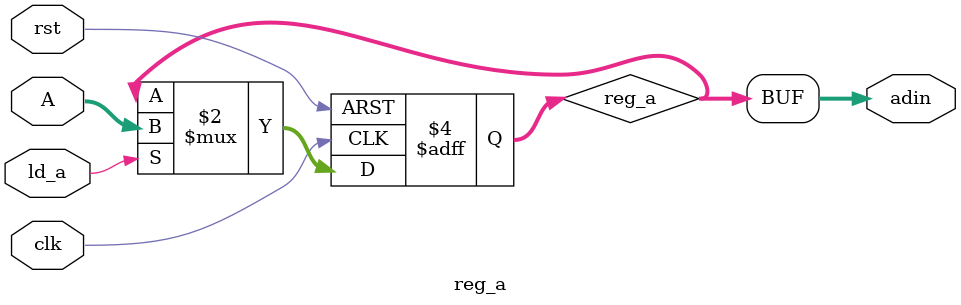
<source format=v>
module reg_a(
input clk, rst,
input [3:0] A,
input ld_a ,
output [3:0] adin
);
 reg [3:0] reg_a;
 
 always @(posedge clk or posedge rst) begin
   if (rst)
   reg_a <= 0;
   else if (ld_a)
   reg_a <= A;
   end
assign adin = reg_a ;
endmodule
</source>
